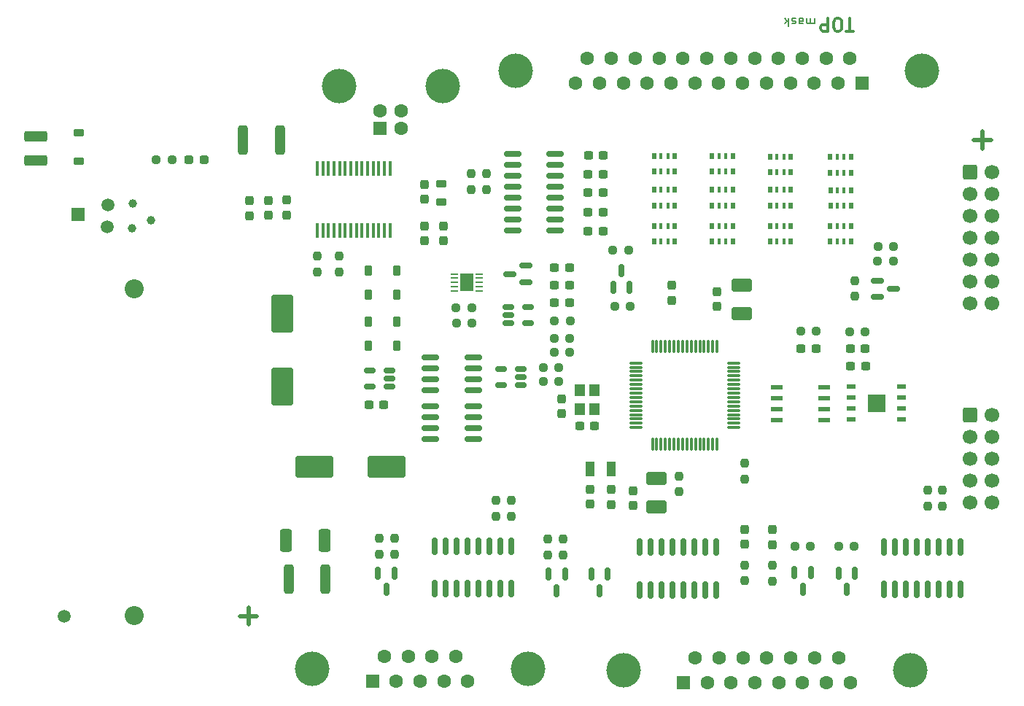
<source format=gts>
%TF.GenerationSoftware,KiCad,Pcbnew,7.0.1*%
%TF.CreationDate,2023-06-06T18:19:58-03:00*%
%TF.ProjectId,HLI-M,484c492d-4d2e-46b6-9963-61645f706362,rev?*%
%TF.SameCoordinates,Original*%
%TF.FileFunction,Soldermask,Top*%
%TF.FilePolarity,Negative*%
%FSLAX46Y46*%
G04 Gerber Fmt 4.6, Leading zero omitted, Abs format (unit mm)*
G04 Created by KiCad (PCBNEW 7.0.1) date 2023-06-06 18:19:58*
%MOMM*%
%LPD*%
G01*
G04 APERTURE LIST*
G04 Aperture macros list*
%AMRoundRect*
0 Rectangle with rounded corners*
0 $1 Rounding radius*
0 $2 $3 $4 $5 $6 $7 $8 $9 X,Y pos of 4 corners*
0 Add a 4 corners polygon primitive as box body*
4,1,4,$2,$3,$4,$5,$6,$7,$8,$9,$2,$3,0*
0 Add four circle primitives for the rounded corners*
1,1,$1+$1,$2,$3*
1,1,$1+$1,$4,$5*
1,1,$1+$1,$6,$7*
1,1,$1+$1,$8,$9*
0 Add four rect primitives between the rounded corners*
20,1,$1+$1,$2,$3,$4,$5,0*
20,1,$1+$1,$4,$5,$6,$7,0*
20,1,$1+$1,$6,$7,$8,$9,0*
20,1,$1+$1,$8,$9,$2,$3,0*%
G04 Aperture macros list end*
%ADD10C,0.500000*%
%ADD11C,0.150000*%
%ADD12C,0.300000*%
%ADD13RoundRect,0.237500X-0.300000X-0.237500X0.300000X-0.237500X0.300000X0.237500X-0.300000X0.237500X0*%
%ADD14RoundRect,0.237500X0.300000X0.237500X-0.300000X0.237500X-0.300000X-0.237500X0.300000X-0.237500X0*%
%ADD15RoundRect,0.250001X0.924999X-0.499999X0.924999X0.499999X-0.924999X0.499999X-0.924999X-0.499999X0*%
%ADD16RoundRect,0.237500X0.237500X-0.300000X0.237500X0.300000X-0.237500X0.300000X-0.237500X-0.300000X0*%
%ADD17RoundRect,0.250001X-0.924999X0.499999X-0.924999X-0.499999X0.924999X-0.499999X0.924999X0.499999X0*%
%ADD18R,0.500000X0.800000*%
%ADD19R,0.400000X0.800000*%
%ADD20RoundRect,0.237500X-0.237500X0.287500X-0.237500X-0.287500X0.237500X-0.287500X0.237500X0.287500X0*%
%ADD21C,4.000000*%
%ADD22R,1.600000X1.600000*%
%ADD23C,1.600000*%
%ADD24RoundRect,0.150000X0.150000X-0.587500X0.150000X0.587500X-0.150000X0.587500X-0.150000X-0.587500X0*%
%ADD25RoundRect,0.150000X-0.150000X0.587500X-0.150000X-0.587500X0.150000X-0.587500X0.150000X0.587500X0*%
%ADD26RoundRect,0.237500X-0.250000X-0.237500X0.250000X-0.237500X0.250000X0.237500X-0.250000X0.237500X0*%
%ADD27RoundRect,0.237500X0.250000X0.237500X-0.250000X0.237500X-0.250000X-0.237500X0.250000X-0.237500X0*%
%ADD28RoundRect,0.237500X-0.237500X0.250000X-0.237500X-0.250000X0.237500X-0.250000X0.237500X0.250000X0*%
%ADD29RoundRect,0.237500X0.237500X-0.250000X0.237500X0.250000X-0.237500X0.250000X-0.237500X-0.250000X0*%
%ADD30RoundRect,0.075000X0.662500X0.075000X-0.662500X0.075000X-0.662500X-0.075000X0.662500X-0.075000X0*%
%ADD31RoundRect,0.075000X0.075000X0.662500X-0.075000X0.662500X-0.075000X-0.662500X0.075000X-0.662500X0*%
%ADD32R,0.812800X0.254000*%
%ADD33R,1.600000X2.000000*%
%ADD34RoundRect,0.150000X-0.512500X-0.150000X0.512500X-0.150000X0.512500X0.150000X-0.512500X0.150000X0*%
%ADD35R,1.460500X0.538480*%
%ADD36RoundRect,0.150000X0.512500X0.150000X-0.512500X0.150000X-0.512500X-0.150000X0.512500X-0.150000X0*%
%ADD37RoundRect,0.150000X-0.150000X0.825000X-0.150000X-0.825000X0.150000X-0.825000X0.150000X0.825000X0*%
%ADD38RoundRect,0.150000X0.825000X0.150000X-0.825000X0.150000X-0.825000X-0.150000X0.825000X-0.150000X0*%
%ADD39RoundRect,0.237500X-0.237500X0.300000X-0.237500X-0.300000X0.237500X-0.300000X0.237500X0.300000X0*%
%ADD40RoundRect,0.218750X0.381250X-0.218750X0.381250X0.218750X-0.381250X0.218750X-0.381250X-0.218750X0*%
%ADD41C,1.500000*%
%ADD42C,1.000000*%
%ADD43RoundRect,0.250000X-0.312500X-1.450000X0.312500X-1.450000X0.312500X1.450000X-0.312500X1.450000X0*%
%ADD44RoundRect,0.250000X-0.600000X-0.600000X0.600000X-0.600000X0.600000X0.600000X-0.600000X0.600000X0*%
%ADD45C,1.700000*%
%ADD46RoundRect,0.237500X0.287500X0.237500X-0.287500X0.237500X-0.287500X-0.237500X0.287500X-0.237500X0*%
%ADD47RoundRect,0.150000X0.587500X0.150000X-0.587500X0.150000X-0.587500X-0.150000X0.587500X-0.150000X0*%
%ADD48RoundRect,0.250000X-1.950000X-1.000000X1.950000X-1.000000X1.950000X1.000000X-1.950000X1.000000X0*%
%ADD49RoundRect,0.150000X-0.587500X-0.150000X0.587500X-0.150000X0.587500X0.150000X-0.587500X0.150000X0*%
%ADD50RoundRect,0.225000X-0.225000X-0.375000X0.225000X-0.375000X0.225000X0.375000X-0.225000X0.375000X0*%
%ADD51RoundRect,0.250000X-1.000000X1.950000X-1.000000X-1.950000X1.000000X-1.950000X1.000000X1.950000X0*%
%ADD52R,1.200000X1.400000*%
%ADD53RoundRect,0.225000X0.375000X-0.225000X0.375000X0.225000X-0.375000X0.225000X-0.375000X-0.225000X0*%
%ADD54RoundRect,0.250000X0.425000X1.075000X-0.425000X1.075000X-0.425000X-1.075000X0.425000X-1.075000X0*%
%ADD55R,1.100000X0.500000*%
%ADD56R,2.000000X2.000000*%
%ADD57C,2.205000*%
%ADD58RoundRect,0.250000X0.312500X1.450000X-0.312500X1.450000X-0.312500X-1.450000X0.312500X-1.450000X0*%
%ADD59R,1.000000X1.800000*%
%ADD60RoundRect,0.250000X-1.075000X0.375000X-1.075000X-0.375000X1.075000X-0.375000X1.075000X0.375000X0*%
%ADD61R,1.500000X1.500000*%
%ADD62R,0.450000X1.750000*%
G04 APERTURE END LIST*
D10*
X97780000Y-99670000D02*
X95780000Y-99670000D01*
X181996200Y-43424400D02*
X181996200Y-45424400D01*
X183011000Y-44437200D02*
X181011000Y-44437200D01*
X182996200Y-44424400D02*
X180996200Y-44424400D01*
X96800000Y-98670000D02*
X96800000Y-100670000D01*
X182011000Y-43437200D02*
X182011000Y-45437200D01*
D11*
X162490475Y-30237380D02*
X162490475Y-30904047D01*
X162490475Y-30808809D02*
X162442856Y-30856428D01*
X162442856Y-30856428D02*
X162347618Y-30904047D01*
X162347618Y-30904047D02*
X162204761Y-30904047D01*
X162204761Y-30904047D02*
X162109523Y-30856428D01*
X162109523Y-30856428D02*
X162061904Y-30761190D01*
X162061904Y-30761190D02*
X162061904Y-30237380D01*
X162061904Y-30761190D02*
X162014285Y-30856428D01*
X162014285Y-30856428D02*
X161919047Y-30904047D01*
X161919047Y-30904047D02*
X161776190Y-30904047D01*
X161776190Y-30904047D02*
X161680951Y-30856428D01*
X161680951Y-30856428D02*
X161633332Y-30761190D01*
X161633332Y-30761190D02*
X161633332Y-30237380D01*
X160728571Y-30237380D02*
X160728571Y-30761190D01*
X160728571Y-30761190D02*
X160776190Y-30856428D01*
X160776190Y-30856428D02*
X160871428Y-30904047D01*
X160871428Y-30904047D02*
X161061904Y-30904047D01*
X161061904Y-30904047D02*
X161157142Y-30856428D01*
X160728571Y-30285000D02*
X160823809Y-30237380D01*
X160823809Y-30237380D02*
X161061904Y-30237380D01*
X161061904Y-30237380D02*
X161157142Y-30285000D01*
X161157142Y-30285000D02*
X161204761Y-30380238D01*
X161204761Y-30380238D02*
X161204761Y-30475476D01*
X161204761Y-30475476D02*
X161157142Y-30570714D01*
X161157142Y-30570714D02*
X161061904Y-30618333D01*
X161061904Y-30618333D02*
X160823809Y-30618333D01*
X160823809Y-30618333D02*
X160728571Y-30665952D01*
X160299999Y-30285000D02*
X160204761Y-30237380D01*
X160204761Y-30237380D02*
X160014285Y-30237380D01*
X160014285Y-30237380D02*
X159919047Y-30285000D01*
X159919047Y-30285000D02*
X159871428Y-30380238D01*
X159871428Y-30380238D02*
X159871428Y-30427857D01*
X159871428Y-30427857D02*
X159919047Y-30523095D01*
X159919047Y-30523095D02*
X160014285Y-30570714D01*
X160014285Y-30570714D02*
X160157142Y-30570714D01*
X160157142Y-30570714D02*
X160252380Y-30618333D01*
X160252380Y-30618333D02*
X160299999Y-30713571D01*
X160299999Y-30713571D02*
X160299999Y-30761190D01*
X160299999Y-30761190D02*
X160252380Y-30856428D01*
X160252380Y-30856428D02*
X160157142Y-30904047D01*
X160157142Y-30904047D02*
X160014285Y-30904047D01*
X160014285Y-30904047D02*
X159919047Y-30856428D01*
X159442856Y-30237380D02*
X159442856Y-31237380D01*
X159347618Y-30618333D02*
X159061904Y-30237380D01*
X159061904Y-30904047D02*
X159442856Y-30523095D01*
D12*
X166986285Y-31780671D02*
X166129143Y-31780671D01*
X166557714Y-30280671D02*
X166557714Y-31780671D01*
X165343428Y-31780671D02*
X165057714Y-31780671D01*
X165057714Y-31780671D02*
X164914857Y-31709242D01*
X164914857Y-31709242D02*
X164772000Y-31566385D01*
X164772000Y-31566385D02*
X164700571Y-31280671D01*
X164700571Y-31280671D02*
X164700571Y-30780671D01*
X164700571Y-30780671D02*
X164772000Y-30494957D01*
X164772000Y-30494957D02*
X164914857Y-30352100D01*
X164914857Y-30352100D02*
X165057714Y-30280671D01*
X165057714Y-30280671D02*
X165343428Y-30280671D01*
X165343428Y-30280671D02*
X165486286Y-30352100D01*
X165486286Y-30352100D02*
X165629143Y-30494957D01*
X165629143Y-30494957D02*
X165700571Y-30780671D01*
X165700571Y-30780671D02*
X165700571Y-31280671D01*
X165700571Y-31280671D02*
X165629143Y-31566385D01*
X165629143Y-31566385D02*
X165486286Y-31709242D01*
X165486286Y-31709242D02*
X165343428Y-31780671D01*
X164057714Y-30280671D02*
X164057714Y-31780671D01*
X164057714Y-31780671D02*
X163486285Y-31780671D01*
X163486285Y-31780671D02*
X163343428Y-31709242D01*
X163343428Y-31709242D02*
X163271999Y-31637814D01*
X163271999Y-31637814D02*
X163200571Y-31494957D01*
X163200571Y-31494957D02*
X163200571Y-31280671D01*
X163200571Y-31280671D02*
X163271999Y-31137814D01*
X163271999Y-31137814D02*
X163343428Y-31066385D01*
X163343428Y-31066385D02*
X163486285Y-30994957D01*
X163486285Y-30994957D02*
X164057714Y-30994957D01*
D13*
%TO.C,C6*%
X110775000Y-75150000D03*
X112500000Y-75150000D03*
%TD*%
%TO.C,C9*%
X132337500Y-59200000D03*
X134062500Y-59200000D03*
%TD*%
%TO.C,C12*%
X132337500Y-63251000D03*
X134062500Y-63251000D03*
%TD*%
%TO.C,C13*%
X166650500Y-68630800D03*
X168375500Y-68630800D03*
%TD*%
D14*
%TO.C,C14*%
X168426300Y-70688200D03*
X166701300Y-70688200D03*
%TD*%
%TO.C,C15*%
X162662500Y-68600000D03*
X160937500Y-68600000D03*
%TD*%
D15*
%TO.C,C16*%
X154100000Y-64525000D03*
X154100000Y-61275000D03*
%TD*%
D16*
%TO.C,C17*%
X151155400Y-63752900D03*
X151155400Y-62027900D03*
%TD*%
%TO.C,C18*%
X145900000Y-63002478D03*
X145900000Y-61277478D03*
%TD*%
D17*
%TO.C,C20*%
X144145000Y-83719000D03*
X144145000Y-86969000D03*
%TD*%
D18*
%TO.C,CA1*%
X166751800Y-50254400D03*
D19*
X165951800Y-50254400D03*
X165151800Y-50254400D03*
D18*
X164351800Y-50254400D03*
X164351800Y-52054400D03*
D19*
X165151800Y-52054400D03*
X165951800Y-52054400D03*
D18*
X166751800Y-52054400D03*
%TD*%
%TO.C,CA4*%
X146284800Y-50203600D03*
D19*
X145484800Y-50203600D03*
X144684800Y-50203600D03*
D18*
X143884800Y-50203600D03*
X143884800Y-52003600D03*
D19*
X144684800Y-52003600D03*
X145484800Y-52003600D03*
D18*
X146284800Y-52003600D03*
%TD*%
D20*
%TO.C,LED2*%
X157632400Y-89625200D03*
X157632400Y-91375200D03*
%TD*%
%TO.C,LED3*%
X154406600Y-89585800D03*
X154406600Y-91335800D03*
%TD*%
D21*
%TO.C,CON3*%
X174939000Y-36346300D03*
X127839000Y-36346300D03*
D22*
X168009000Y-37766300D03*
D23*
X165239000Y-37766300D03*
X162469000Y-37766300D03*
X159699000Y-37766300D03*
X156929000Y-37766300D03*
X154159000Y-37766300D03*
X151389000Y-37766300D03*
X148619000Y-37766300D03*
X145849000Y-37766300D03*
X143079000Y-37766300D03*
X140309000Y-37766300D03*
X137539000Y-37766300D03*
X134769000Y-37766300D03*
X166624000Y-34926300D03*
X163854000Y-34926300D03*
X161084000Y-34926300D03*
X158314000Y-34926300D03*
X155544000Y-34926300D03*
X152774000Y-34926300D03*
X150004000Y-34926300D03*
X147234000Y-34926300D03*
X144464000Y-34926300D03*
X141694000Y-34926300D03*
X138924000Y-34926300D03*
X136154000Y-34926300D03*
%TD*%
D24*
%TO.C,Q3*%
X139150000Y-61475000D03*
X141050000Y-61475000D03*
X140100000Y-59600000D03*
%TD*%
D25*
%TO.C,Q5*%
X133538000Y-94818600D03*
X131638000Y-94818600D03*
X132588000Y-96693600D03*
%TD*%
D26*
%TO.C,R3*%
X86075000Y-46700000D03*
X87900000Y-46700000D03*
%TD*%
%TO.C,R4*%
X120905900Y-63906400D03*
X122730900Y-63906400D03*
%TD*%
D27*
%TO.C,R5*%
X122756300Y-65659000D03*
X120931300Y-65659000D03*
%TD*%
D26*
%TO.C,R7*%
X166575100Y-66700400D03*
X168400100Y-66700400D03*
%TD*%
D28*
%TO.C,R9*%
X127330200Y-86236800D03*
X127330200Y-88061800D03*
%TD*%
%TO.C,R8*%
X125501400Y-86233000D03*
X125501400Y-88058000D03*
%TD*%
D26*
%TO.C,R12*%
X160887500Y-66600000D03*
X162712500Y-66600000D03*
%TD*%
D29*
%TO.C,R13*%
X146812000Y-85240500D03*
X146812000Y-83415500D03*
%TD*%
%TO.C,R27*%
X157632400Y-95603700D03*
X157632400Y-93778700D03*
%TD*%
%TO.C,R28*%
X154406600Y-95564300D03*
X154406600Y-93739300D03*
%TD*%
D27*
%TO.C,R29*%
X134112500Y-67400000D03*
X132287500Y-67400000D03*
%TD*%
D26*
%TO.C,R30*%
X132287500Y-69025600D03*
X134112500Y-69025600D03*
%TD*%
%TO.C,R20*%
X139287500Y-63700000D03*
X141112500Y-63700000D03*
%TD*%
D28*
%TO.C,R24*%
X131521200Y-90728800D03*
X131521200Y-92553800D03*
%TD*%
D18*
%TO.C,RA1*%
X166732800Y-46393600D03*
D19*
X165932800Y-46393600D03*
X165132800Y-46393600D03*
D18*
X164332800Y-46393600D03*
X164332800Y-48193600D03*
D19*
X165132800Y-48193600D03*
X165932800Y-48193600D03*
D18*
X166732800Y-48193600D03*
%TD*%
%TO.C,RA3*%
X153016800Y-46266600D03*
D19*
X152216800Y-46266600D03*
X151416800Y-46266600D03*
D18*
X150616800Y-46266600D03*
X150616800Y-48066600D03*
D19*
X151416800Y-48066600D03*
X152216800Y-48066600D03*
D18*
X153016800Y-48066600D03*
%TD*%
%TO.C,RA4*%
X146284800Y-46266600D03*
D19*
X145484800Y-46266600D03*
X144684800Y-46266600D03*
D18*
X143884800Y-46266600D03*
X143884800Y-48066600D03*
D19*
X144684800Y-48066600D03*
X145484800Y-48066600D03*
D18*
X146284800Y-48066600D03*
%TD*%
%TO.C,RA5*%
X166732800Y-54394600D03*
D19*
X165932800Y-54394600D03*
X165132800Y-54394600D03*
D18*
X164332800Y-54394600D03*
X164332800Y-56194600D03*
D19*
X165132800Y-56194600D03*
X165932800Y-56194600D03*
D18*
X166732800Y-56194600D03*
%TD*%
%TO.C,RA7*%
X153016800Y-54394600D03*
D19*
X152216800Y-54394600D03*
X151416800Y-54394600D03*
D18*
X150616800Y-54394600D03*
X150616800Y-56194600D03*
D19*
X151416800Y-56194600D03*
X152216800Y-56194600D03*
D18*
X153016800Y-56194600D03*
%TD*%
%TO.C,RA8*%
X146284800Y-54394600D03*
D19*
X145484800Y-54394600D03*
X144684800Y-54394600D03*
D18*
X143884800Y-54394600D03*
X143884800Y-56194600D03*
D19*
X144684800Y-56194600D03*
X145484800Y-56194600D03*
D18*
X146284800Y-56194600D03*
%TD*%
D30*
%TO.C,U1*%
X153109500Y-77791000D03*
X153109500Y-77291000D03*
X153109500Y-76791000D03*
X153109500Y-76291000D03*
X153109500Y-75791000D03*
X153109500Y-75291000D03*
X153109500Y-74791000D03*
X153109500Y-74291000D03*
X153109500Y-73791000D03*
X153109500Y-73291000D03*
X153109500Y-72791000D03*
X153109500Y-72291000D03*
X153109500Y-71791000D03*
X153109500Y-71291000D03*
X153109500Y-70791000D03*
X153109500Y-70291000D03*
D31*
X151197000Y-68378500D03*
X150697000Y-68378500D03*
X150197000Y-68378500D03*
X149697000Y-68378500D03*
X149197000Y-68378500D03*
X148697000Y-68378500D03*
X148197000Y-68378500D03*
X147697000Y-68378500D03*
X147197000Y-68378500D03*
X146697000Y-68378500D03*
X146197000Y-68378500D03*
X145697000Y-68378500D03*
X145197000Y-68378500D03*
X144697000Y-68378500D03*
X144197000Y-68378500D03*
X143697000Y-68378500D03*
D30*
X141784500Y-70291000D03*
X141784500Y-70791000D03*
X141784500Y-71291000D03*
X141784500Y-71791000D03*
X141784500Y-72291000D03*
X141784500Y-72791000D03*
X141784500Y-73291000D03*
X141784500Y-73791000D03*
X141784500Y-74291000D03*
X141784500Y-74791000D03*
X141784500Y-75291000D03*
X141784500Y-75791000D03*
X141784500Y-76291000D03*
X141784500Y-76791000D03*
X141784500Y-77291000D03*
X141784500Y-77791000D03*
D31*
X143697000Y-79703500D03*
X144197000Y-79703500D03*
X144697000Y-79703500D03*
X145197000Y-79703500D03*
X145697000Y-79703500D03*
X146197000Y-79703500D03*
X146697000Y-79703500D03*
X147197000Y-79703500D03*
X147697000Y-79703500D03*
X148197000Y-79703500D03*
X148697000Y-79703500D03*
X149197000Y-79703500D03*
X149697000Y-79703500D03*
X150197000Y-79703500D03*
X150697000Y-79703500D03*
X151197000Y-79703500D03*
%TD*%
D32*
%TO.C,U6*%
X120670600Y-59951999D03*
X120670600Y-60452001D03*
X120670600Y-60952000D03*
X120670600Y-61451999D03*
X120670600Y-61952001D03*
X123566200Y-61952001D03*
X123566200Y-61451999D03*
X123566200Y-60952000D03*
X123566200Y-60452001D03*
X123566200Y-59951999D03*
D33*
X122118400Y-60952000D03*
%TD*%
D34*
%TO.C,U7*%
X127000000Y-63800000D03*
X127000000Y-64750000D03*
X127000000Y-65700000D03*
X129275000Y-65700000D03*
X129275000Y-63800000D03*
%TD*%
D35*
%TO.C,U2*%
X163608650Y-76911200D03*
X163608650Y-75641200D03*
X163608650Y-74371200D03*
X163608650Y-73101200D03*
X158160350Y-73101200D03*
X158160350Y-74371200D03*
X158160350Y-75641200D03*
X158160350Y-76911200D03*
%TD*%
D36*
%TO.C,U5*%
X128365600Y-72867600D03*
X128365600Y-71917600D03*
X128365600Y-70967600D03*
X126090600Y-70967600D03*
X126090600Y-72867600D03*
%TD*%
D37*
%TO.C,U12*%
X179425600Y-91632000D03*
X178155600Y-91632000D03*
X176885600Y-91632000D03*
X175615600Y-91632000D03*
X174345600Y-91632000D03*
X173075600Y-91632000D03*
X171805600Y-91632000D03*
X170535600Y-91632000D03*
X170535600Y-96582000D03*
X171805600Y-96582000D03*
X173075600Y-96582000D03*
X174345600Y-96582000D03*
X175615600Y-96582000D03*
X176885600Y-96582000D03*
X178155600Y-96582000D03*
X179425600Y-96582000D03*
%TD*%
%TO.C,U11*%
X151130000Y-91694000D03*
X149860000Y-91694000D03*
X148590000Y-91694000D03*
X147320000Y-91694000D03*
X146050000Y-91694000D03*
X144780000Y-91694000D03*
X143510000Y-91694000D03*
X142240000Y-91694000D03*
X142240000Y-96644000D03*
X143510000Y-96644000D03*
X144780000Y-96644000D03*
X146050000Y-96644000D03*
X147320000Y-96644000D03*
X148590000Y-96644000D03*
X149860000Y-96644000D03*
X151130000Y-96644000D03*
%TD*%
%TO.C,U10*%
X127330200Y-91555800D03*
X126060200Y-91555800D03*
X124790200Y-91555800D03*
X123520200Y-91555800D03*
X122250200Y-91555800D03*
X120980200Y-91555800D03*
X119710200Y-91555800D03*
X118440200Y-91555800D03*
X118440200Y-96505800D03*
X119710200Y-96505800D03*
X120980200Y-96505800D03*
X122250200Y-96505800D03*
X123520200Y-96505800D03*
X124790200Y-96505800D03*
X126060200Y-96505800D03*
X127330200Y-96505800D03*
%TD*%
D28*
%TO.C,R23*%
X133299200Y-90728800D03*
X133299200Y-92553800D03*
%TD*%
D25*
%TO.C,Q4*%
X138516400Y-94818600D03*
X136616400Y-94818600D03*
X137566400Y-96693600D03*
%TD*%
%TO.C,Q7*%
X162084300Y-94652600D03*
X160184300Y-94652600D03*
X161134300Y-96527600D03*
%TD*%
D26*
%TO.C,R26*%
X160225100Y-91592400D03*
X162050100Y-91592400D03*
%TD*%
%TO.C,R25*%
X165305100Y-91592300D03*
X167130100Y-91592300D03*
%TD*%
D25*
%TO.C,Q6*%
X167193000Y-94693500D03*
X165293000Y-94693500D03*
X166243000Y-96568500D03*
%TD*%
D28*
%TO.C,R10*%
X175620000Y-85087500D03*
X175620000Y-86912500D03*
%TD*%
D38*
%TO.C,U4*%
X122865000Y-79121000D03*
X122865000Y-77851000D03*
X122865000Y-76581000D03*
X122865000Y-75311000D03*
X117915000Y-75311000D03*
X117915000Y-76581000D03*
X117915000Y-77851000D03*
X117915000Y-79121000D03*
%TD*%
D26*
%TO.C,R15*%
X131015500Y-72466200D03*
X132840500Y-72466200D03*
%TD*%
%TO.C,R16*%
X130992000Y-70866000D03*
X132817000Y-70866000D03*
%TD*%
D21*
%TO.C,CON7*%
X129227100Y-105802700D03*
X104227100Y-105802700D03*
D22*
X111187100Y-107222700D03*
D23*
X113957100Y-107222700D03*
X116727100Y-107222700D03*
X119497100Y-107222700D03*
X122267100Y-107222700D03*
X112572100Y-104382700D03*
X115342100Y-104382700D03*
X118112100Y-104382700D03*
X120882100Y-104382700D03*
%TD*%
D36*
%TO.C,U8*%
X113137500Y-73050000D03*
X113137500Y-72100000D03*
X113137500Y-71150000D03*
X110862500Y-71150000D03*
X110862500Y-73050000D03*
%TD*%
D39*
%TO.C,C19*%
X141478000Y-85116500D03*
X141478000Y-86841500D03*
%TD*%
D38*
%TO.C,U3*%
X132384600Y-54874000D03*
X132384600Y-53604000D03*
X132384600Y-52334000D03*
X132384600Y-51064000D03*
X132384600Y-49794000D03*
X132384600Y-48524000D03*
X132384600Y-47254000D03*
X132384600Y-45984000D03*
X127434600Y-45984000D03*
X127434600Y-47254000D03*
X127434600Y-48524000D03*
X127434600Y-49794000D03*
X127434600Y-51064000D03*
X127434600Y-52334000D03*
X127434600Y-53604000D03*
X127434600Y-54874000D03*
%TD*%
D13*
%TO.C,C27*%
X136222100Y-50530600D03*
X137947100Y-50530600D03*
%TD*%
%TO.C,C28*%
X136222100Y-52816600D03*
X137947100Y-52816600D03*
%TD*%
%TO.C,C25*%
X136285100Y-46212600D03*
X138010100Y-46212600D03*
%TD*%
%TO.C,C29*%
X136222100Y-54975600D03*
X137947100Y-54975600D03*
%TD*%
D14*
%TO.C,C26*%
X137947100Y-48371600D03*
X136222100Y-48371600D03*
%TD*%
D40*
%TO.C,L1*%
X119202200Y-51583100D03*
X119202200Y-49458100D03*
%TD*%
D28*
%TO.C,R11*%
X177360000Y-85077500D03*
X177360000Y-86902500D03*
%TD*%
D18*
%TO.C,CA2*%
X159746800Y-50203600D03*
D19*
X158946800Y-50203600D03*
X158146800Y-50203600D03*
D18*
X157346800Y-50203600D03*
X157346800Y-52003600D03*
D19*
X158146800Y-52003600D03*
X158946800Y-52003600D03*
D18*
X159746800Y-52003600D03*
%TD*%
%TO.C,RA2*%
X159766800Y-46328600D03*
D19*
X158966800Y-46328600D03*
X158166800Y-46328600D03*
D18*
X157366800Y-46328600D03*
X157366800Y-48128600D03*
D19*
X158166800Y-48128600D03*
X158966800Y-48128600D03*
D18*
X159766800Y-48128600D03*
%TD*%
%TO.C,RA6*%
X159746800Y-54394600D03*
D19*
X158946800Y-54394600D03*
X158146800Y-54394600D03*
D18*
X157346800Y-54394600D03*
X157346800Y-56194600D03*
D19*
X158146800Y-56194600D03*
X158946800Y-56194600D03*
D18*
X159746800Y-56194600D03*
%TD*%
D22*
%TO.C,CON2*%
X112059400Y-43033300D03*
D23*
X114559400Y-43033300D03*
X114559400Y-41033300D03*
X112059400Y-41033300D03*
D21*
X107309400Y-38173300D03*
X119309400Y-38173300D03*
%TD*%
D25*
%TO.C,Q2*%
X113751400Y-94668100D03*
X111851400Y-94668100D03*
X112801400Y-96543100D03*
%TD*%
D21*
%TO.C,CON6*%
X173622000Y-105941000D03*
X140322000Y-105941000D03*
D22*
X147277000Y-107361000D03*
D23*
X150047000Y-107361000D03*
X152817000Y-107361000D03*
X155587000Y-107361000D03*
X158357000Y-107361000D03*
X161127000Y-107361000D03*
X163897000Y-107361000D03*
X166667000Y-107361000D03*
X148662000Y-104521000D03*
X151432000Y-104521000D03*
X154202000Y-104521000D03*
X156972000Y-104521000D03*
X159742000Y-104521000D03*
X162512000Y-104521000D03*
X165282000Y-104521000D03*
%TD*%
D16*
%TO.C,C7*%
X117200000Y-56100000D03*
X117200000Y-54375000D03*
%TD*%
%TO.C,C8*%
X119400000Y-56100000D03*
X119400000Y-54375000D03*
%TD*%
D18*
%TO.C,CA3*%
X153016800Y-50203600D03*
D19*
X152216800Y-50203600D03*
X151416800Y-50203600D03*
D18*
X150616800Y-50203600D03*
X150616800Y-52003600D03*
D19*
X151416800Y-52003600D03*
X152216800Y-52003600D03*
D18*
X153016800Y-52003600D03*
%TD*%
D29*
%TO.C,R18*%
X113766600Y-92479500D03*
X113766600Y-90654500D03*
%TD*%
D41*
%TO.C,TP2*%
X80467200Y-51917600D03*
%TD*%
D42*
%TO.C,TP3*%
X83400000Y-51800000D03*
%TD*%
D43*
%TO.C,RT2*%
X101465200Y-95351600D03*
X105740200Y-95351600D03*
%TD*%
D44*
%TO.C,CON4*%
X180582500Y-48150000D03*
D45*
X183122500Y-48150000D03*
X180582500Y-50690000D03*
X183122500Y-50690000D03*
X180582500Y-53230000D03*
X183122500Y-53230000D03*
X180582500Y-55770000D03*
X183122500Y-55770000D03*
X180582500Y-58310000D03*
X183122500Y-58310000D03*
X180582500Y-60850000D03*
X183122500Y-60850000D03*
X180582500Y-63390000D03*
X183122500Y-63390000D03*
%TD*%
D29*
%TO.C,R21*%
X124460000Y-50163100D03*
X124460000Y-48338100D03*
%TD*%
D39*
%TO.C,C24*%
X136420000Y-84957500D03*
X136420000Y-86682500D03*
%TD*%
D26*
%TO.C,R6*%
X132297700Y-65400000D03*
X134122700Y-65400000D03*
%TD*%
D46*
%TO.C,LED1*%
X91672500Y-46700000D03*
X89922500Y-46700000D03*
%TD*%
D14*
%TO.C,C21*%
X136952500Y-77610000D03*
X135227500Y-77610000D03*
%TD*%
D28*
%TO.C,R32*%
X167182800Y-60733300D03*
X167182800Y-62558300D03*
%TD*%
D47*
%TO.C,Q1*%
X129037500Y-60900000D03*
X129037500Y-59000000D03*
X127162500Y-59950000D03*
%TD*%
D48*
%TO.C,C5*%
X104437500Y-82360000D03*
X112837500Y-82360000D03*
%TD*%
D39*
%TO.C,C4*%
X117195600Y-49581900D03*
X117195600Y-51306900D03*
%TD*%
D28*
%TO.C,R2*%
X107300000Y-57900000D03*
X107300000Y-59725000D03*
%TD*%
D49*
%TO.C,Q8*%
X169801300Y-60723500D03*
X169801300Y-62623500D03*
X171676300Y-61673500D03*
%TD*%
D50*
%TO.C,D5*%
X110675000Y-68300000D03*
X113975000Y-68300000D03*
%TD*%
D51*
%TO.C,C10*%
X100700000Y-64600000D03*
X100700000Y-73000000D03*
%TD*%
D29*
%TO.C,R14*%
X154381200Y-83741900D03*
X154381200Y-81916900D03*
%TD*%
D52*
%TO.C,Y2*%
X135260000Y-73420000D03*
X135260000Y-75620000D03*
X136960000Y-75620000D03*
X136960000Y-73420000D03*
%TD*%
D28*
%TO.C,R1*%
X104800000Y-57900000D03*
X104800000Y-59725000D03*
%TD*%
D50*
%TO.C,D1*%
X110750000Y-59525000D03*
X114050000Y-59525000D03*
%TD*%
D26*
%TO.C,R19*%
X139087500Y-57230000D03*
X140912500Y-57230000D03*
%TD*%
D53*
%TO.C,D6*%
X77125000Y-46900000D03*
X77125000Y-43600000D03*
%TD*%
D54*
%TO.C,D3*%
X105650000Y-90925000D03*
X101150000Y-90925000D03*
%TD*%
D16*
%TO.C,C1*%
X96894000Y-53189500D03*
X96894000Y-51464500D03*
%TD*%
D29*
%TO.C,R22*%
X122656600Y-50163100D03*
X122656600Y-48338100D03*
%TD*%
D41*
%TO.C,TP6*%
X80416400Y-54508400D03*
%TD*%
D55*
%TO.C,U2-A*%
X172598300Y-76860400D03*
X172598300Y-75590400D03*
X172598300Y-74320400D03*
X172598300Y-73050400D03*
X166798300Y-73050400D03*
X166798300Y-74320400D03*
X166798300Y-75590400D03*
X166798300Y-76860400D03*
D56*
X169698300Y-74955400D03*
%TD*%
D41*
%TO.C,CON8*%
X75372000Y-99660000D03*
D57*
X83500000Y-61675000D03*
X83500000Y-99645000D03*
%TD*%
D28*
%TO.C,R17*%
X112014000Y-90654500D03*
X112014000Y-92479500D03*
%TD*%
D42*
%TO.C,TP5*%
X83312000Y-54660800D03*
%TD*%
%TO.C,TP4*%
X85500000Y-53700000D03*
%TD*%
D27*
%TO.C,R31*%
X171651300Y-58496200D03*
X169826300Y-58496200D03*
%TD*%
D58*
%TO.C,RT1*%
X100431600Y-44399200D03*
X96156600Y-44399200D03*
%TD*%
D39*
%TO.C,C22*%
X133180000Y-74447500D03*
X133180000Y-76172500D03*
%TD*%
%TO.C,C23*%
X138880000Y-84977500D03*
X138880000Y-86702500D03*
%TD*%
D13*
%TO.C,C11*%
X132337500Y-61300000D03*
X134062500Y-61300000D03*
%TD*%
D50*
%TO.C,D4*%
X110750000Y-65455800D03*
X114050000Y-65455800D03*
%TD*%
D16*
%TO.C,C2*%
X99094000Y-53152000D03*
X99094000Y-51427000D03*
%TD*%
D59*
%TO.C,Y1*%
X136440000Y-82560000D03*
X138940000Y-82560000D03*
%TD*%
D60*
%TO.C,F1*%
X72110600Y-43989800D03*
X72110600Y-46789800D03*
%TD*%
D61*
%TO.C,TP1*%
X77012800Y-53086000D03*
%TD*%
D50*
%TO.C,D2*%
X110725000Y-62350000D03*
X114025000Y-62350000D03*
%TD*%
D16*
%TO.C,C3*%
X101194000Y-53114500D03*
X101194000Y-51389500D03*
%TD*%
D38*
%TO.C,U5-A*%
X122865000Y-73431400D03*
X122865000Y-72161400D03*
X122865000Y-70891400D03*
X122865000Y-69621400D03*
X117915000Y-69621400D03*
X117915000Y-70891400D03*
X117915000Y-72161400D03*
X117915000Y-73431400D03*
%TD*%
D44*
%TO.C,CON5*%
X180577500Y-76295000D03*
D45*
X183117500Y-76295000D03*
X180577500Y-78835000D03*
X183117500Y-78835000D03*
X180577500Y-81375000D03*
X183117500Y-81375000D03*
X180577500Y-83915000D03*
X183117500Y-83915000D03*
X180577500Y-86455000D03*
X183117500Y-86455000D03*
%TD*%
D62*
%TO.C,U9*%
X104775000Y-54900000D03*
X105425000Y-54900000D03*
X106075000Y-54900000D03*
X106725000Y-54900000D03*
X107375000Y-54900000D03*
X108025000Y-54900000D03*
X108675000Y-54900000D03*
X109325000Y-54900000D03*
X109975000Y-54900000D03*
X110625000Y-54900000D03*
X111275000Y-54900000D03*
X111925000Y-54900000D03*
X112575000Y-54900000D03*
X113225000Y-54900000D03*
X113225000Y-47700000D03*
X112575000Y-47700000D03*
X111925000Y-47700000D03*
X111275000Y-47700000D03*
X110625000Y-47700000D03*
X109975000Y-47700000D03*
X109325000Y-47700000D03*
X108675000Y-47700000D03*
X108025000Y-47700000D03*
X107375000Y-47700000D03*
X106725000Y-47700000D03*
X106075000Y-47700000D03*
X105425000Y-47700000D03*
X104775000Y-47700000D03*
%TD*%
D27*
%TO.C,R33*%
X171676700Y-56743600D03*
X169851700Y-56743600D03*
%TD*%
M02*

</source>
